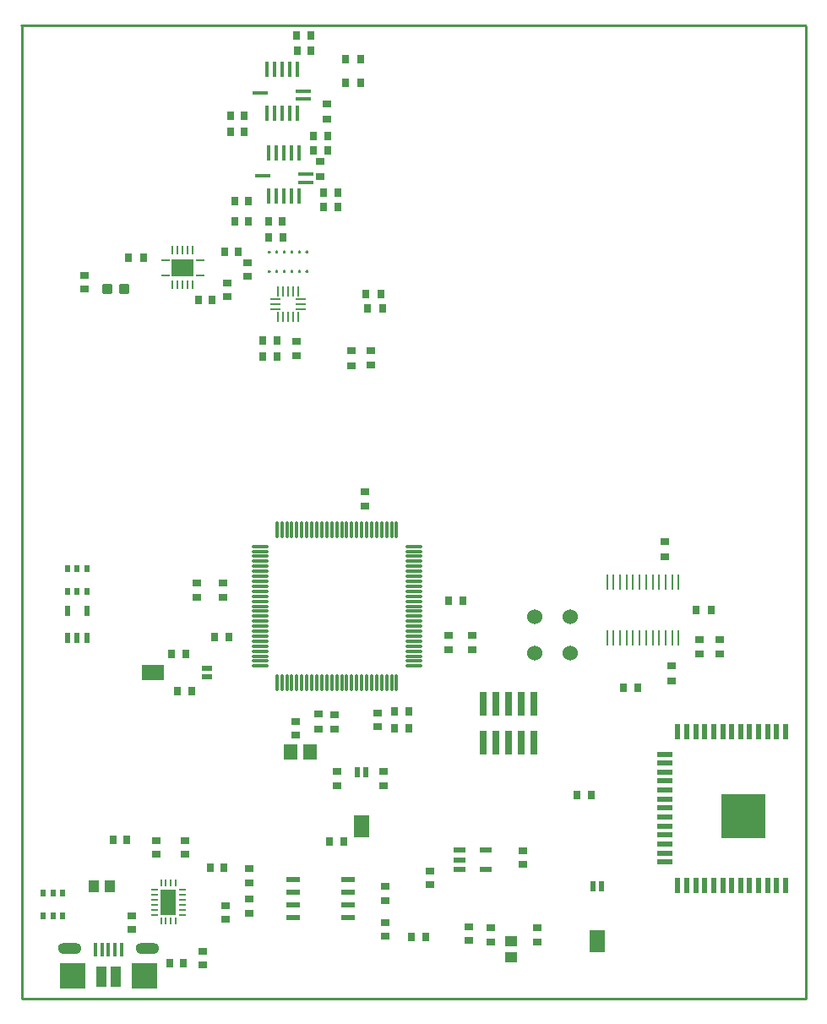
<source format=gtp>
G04 Layer_Color=8421504*
%FSLAX25Y25*%
%MOIN*%
G70*
G01*
G75*
%ADD10R,0.06319X0.01575*%
%ADD11R,0.01378X0.06319*%
%ADD12R,0.02000X0.02752*%
%ADD13R,0.03543X0.02756*%
%ADD14R,0.02756X0.03543*%
%ADD15R,0.17323X0.17323*%
%ADD16R,0.05905X0.01968*%
%ADD17R,0.01968X0.05905*%
%ADD18R,0.03543X0.03150*%
%ADD19R,0.03150X0.03543*%
%ADD20R,0.06000X0.09000*%
%ADD21R,0.02000X0.04000*%
%ADD22R,0.09000X0.06000*%
%ADD23R,0.04000X0.02000*%
%ADD24R,0.00984X0.04134*%
%ADD25R,0.04134X0.00984*%
%ADD27R,0.08976X0.07008*%
%ADD28R,0.01102X0.03347*%
%ADD29R,0.03347X0.01102*%
%ADD30R,0.02362X0.03937*%
%ADD31R,0.04724X0.02165*%
%ADD32R,0.05709X0.02362*%
%ADD33R,0.02756X0.00984*%
%ADD34R,0.00984X0.02756*%
%ADD35R,0.06496X0.10433*%
%ADD36R,0.00984X0.06102*%
%ADD37O,0.07283X0.01181*%
%ADD38O,0.01181X0.07283*%
%ADD39R,0.05512X0.05905*%
%ADD40R,0.03937X0.07874*%
%ADD41R,0.01575X0.05315*%
%ADD42R,0.02913X0.09449*%
G04:AMPARAMS|DCode=43|XSize=39.37mil|YSize=39.37mil|CornerRadius=5.91mil|HoleSize=0mil|Usage=FLASHONLY|Rotation=90.000|XOffset=0mil|YOffset=0mil|HoleType=Round|Shape=RoundedRectangle|*
%AMROUNDEDRECTD43*
21,1,0.03937,0.02756,0,0,90.0*
21,1,0.02756,0.03937,0,0,90.0*
1,1,0.01181,0.01378,0.01378*
1,1,0.01181,0.01378,-0.01378*
1,1,0.01181,-0.01378,-0.01378*
1,1,0.01181,-0.01378,0.01378*
%
%ADD43ROUNDEDRECTD43*%
%ADD44R,0.05118X0.03937*%
%ADD45R,0.03937X0.05118*%
%ADD46C,0.06000*%
%ADD48C,0.01000*%
%ADD65R,0.09842X0.09843*%
G36*
X103524Y287452D02*
X103641Y287452D01*
X103858Y287362D01*
X104024Y287196D01*
X104114Y286979D01*
X104114Y286861D01*
X104114Y286744D01*
X104024Y286527D01*
X103858Y286361D01*
X103641Y286271D01*
X103524D01*
X103407Y286271D01*
X103189Y286361D01*
X103023Y286527D01*
X102933Y286743D01*
X102933Y286861D01*
Y286979D01*
X103023Y287196D01*
X103189Y287362D01*
X103406Y287452D01*
X103524D01*
X103524Y287452D01*
D02*
G37*
G36*
X106811Y287362D02*
X106977Y287196D01*
X107067Y286979D01*
Y286861D01*
X107067Y286743D01*
X106977Y286527D01*
X106811Y286361D01*
X106594Y286271D01*
X106476Y286271D01*
X106359D01*
X106142Y286361D01*
X105976Y286527D01*
X105886Y286744D01*
Y286861D01*
X105886Y286979D01*
X105976Y287196D01*
X106142Y287362D01*
X106359Y287452D01*
X106476Y287452D01*
Y287452D01*
X106594D01*
X106811Y287362D01*
D02*
G37*
G36*
X109764D02*
X109930Y287196D01*
X110020Y286979D01*
Y286861D01*
X110020Y286743D01*
X109930Y286527D01*
X109764Y286361D01*
X109546Y286271D01*
X109429Y286271D01*
X109312D01*
X109095Y286361D01*
X108929Y286527D01*
X108839Y286744D01*
Y286861D01*
X108839Y286979D01*
X108929Y287196D01*
X109095Y287362D01*
X109311Y287452D01*
X109429Y287452D01*
Y287452D01*
X109547D01*
X109764Y287362D01*
D02*
G37*
G36*
X100571Y287452D02*
X100689Y287452D01*
X100905Y287362D01*
X101071Y287196D01*
X101161Y286979D01*
X101161Y286861D01*
X101161Y286744D01*
X101071Y286527D01*
X100905Y286361D01*
X100688Y286271D01*
X100571D01*
X100453Y286271D01*
X100236Y286361D01*
X100070Y286527D01*
X99980Y286743D01*
X99980Y286861D01*
Y286979D01*
X100070Y287196D01*
X100236Y287362D01*
X100453Y287452D01*
X100571D01*
X100571Y287452D01*
D02*
G37*
G36*
X22255Y21694D02*
X22920Y21084D01*
X23301Y20267D01*
X23320Y19817D01*
X23300Y19367D01*
X22920Y18550D01*
X22255Y17941D01*
X21408Y17632D01*
X20958Y17652D01*
X16627D01*
X16177Y17632D01*
X15330Y17941D01*
X14665Y18550D01*
X14285Y19367D01*
X14265Y19817D01*
Y19817D01*
Y19817D01*
D01*
X14285Y20267D01*
X14665Y21084D01*
X15330Y21694D01*
X16177Y22003D01*
X16627Y21983D01*
X20958Y21983D01*
Y21983D01*
X21408Y22003D01*
X22255Y21694D01*
D02*
G37*
G36*
X52964D02*
X53629Y21084D01*
X54009Y20267D01*
X54029Y19817D01*
X54009Y19367D01*
X53629Y18550D01*
X52964Y17941D01*
X52117Y17632D01*
X51667Y17652D01*
X47336D01*
X46886Y17632D01*
X46039Y17941D01*
X45374Y18550D01*
X44994Y19367D01*
X44974Y19817D01*
Y19817D01*
Y19817D01*
D01*
X44993Y20267D01*
X45374Y21084D01*
X46039Y21694D01*
X46886Y22003D01*
X47336Y21983D01*
X51667Y21983D01*
Y21983D01*
X52117Y22003D01*
X52964Y21694D01*
D02*
G37*
G36*
X97953Y287362D02*
X98119Y287196D01*
X98209Y286979D01*
Y286861D01*
X98209Y286743D01*
X98119Y286527D01*
X97953Y286361D01*
X97736Y286271D01*
X97618Y286271D01*
X97501D01*
X97284Y286361D01*
X97118Y286527D01*
X97028Y286744D01*
Y286861D01*
X97028Y286979D01*
X97118Y287196D01*
X97284Y287362D01*
X97500Y287452D01*
X97618Y287452D01*
Y287452D01*
X97736D01*
X97953Y287362D01*
D02*
G37*
G36*
X97953Y295039D02*
X98119Y294873D01*
X98209Y294656D01*
X98209Y294539D01*
X98209Y294421D01*
X98119Y294204D01*
X97953Y294038D01*
X97736Y293948D01*
X97618D01*
X97500Y293948D01*
X97284Y294038D01*
X97118Y294204D01*
X97028Y294422D01*
X97028Y294539D01*
Y294656D01*
X97118Y294873D01*
X97284Y295039D01*
X97501Y295129D01*
X97618D01*
Y295129D01*
X97736Y295129D01*
X97953Y295039D01*
D02*
G37*
G36*
X106811D02*
X106977Y294873D01*
X107067Y294656D01*
X107067Y294539D01*
X107067Y294421D01*
X106977Y294204D01*
X106811Y294038D01*
X106594Y293948D01*
X106476D01*
X106359Y293948D01*
X106142Y294038D01*
X105976Y294204D01*
X105886Y294422D01*
X105886Y294539D01*
Y294656D01*
X105976Y294873D01*
X106142Y295039D01*
X106359Y295129D01*
X106476D01*
Y295129D01*
X106594Y295129D01*
X106811Y295039D01*
D02*
G37*
G36*
X109764D02*
X109930Y294873D01*
X110020Y294656D01*
X110020Y294539D01*
X110020Y294421D01*
X109930Y294204D01*
X109764Y294038D01*
X109547Y293948D01*
X109429D01*
X109311Y293948D01*
X109095Y294038D01*
X108929Y294204D01*
X108839Y294422D01*
X108839Y294539D01*
Y294656D01*
X108929Y294873D01*
X109095Y295039D01*
X109312Y295129D01*
X109429D01*
Y295129D01*
X109546Y295129D01*
X109764Y295039D01*
D02*
G37*
G36*
X112382Y295129D02*
X112382Y295129D01*
X112499D01*
X112716Y295039D01*
X112882Y294873D01*
X112972Y294656D01*
Y294539D01*
X112972Y294422D01*
X112882Y294204D01*
X112716Y294038D01*
X112499Y293948D01*
X112382Y293948D01*
X112264D01*
X112047Y294038D01*
X111881Y294204D01*
X111791Y294421D01*
Y294539D01*
X111791Y294656D01*
X111881Y294873D01*
X112047Y295039D01*
X112265Y295129D01*
X112382Y295129D01*
D02*
G37*
G36*
Y287452D02*
X112499Y287452D01*
X112716Y287362D01*
X112882Y287196D01*
X112972Y286979D01*
X112972Y286861D01*
X112972Y286744D01*
X112882Y286527D01*
X112716Y286361D01*
X112499Y286271D01*
X112382D01*
X112265Y286271D01*
X112047Y286361D01*
X111881Y286527D01*
X111791Y286743D01*
X111791Y286861D01*
Y286979D01*
X111881Y287196D01*
X112047Y287362D01*
X112264Y287452D01*
X112382D01*
X112382Y287452D01*
D02*
G37*
G36*
X100571Y295129D02*
X100571Y295129D01*
X100688D01*
X100905Y295039D01*
X101071Y294873D01*
X101161Y294656D01*
Y294539D01*
X101161Y294422D01*
X101071Y294204D01*
X100905Y294038D01*
X100689Y293948D01*
X100571Y293948D01*
X100453D01*
X100236Y294038D01*
X100070Y294204D01*
X99980Y294421D01*
Y294539D01*
X99980Y294656D01*
X100070Y294873D01*
X100236Y295039D01*
X100453Y295129D01*
X100571Y295129D01*
D02*
G37*
G36*
X103524D02*
X103524Y295129D01*
X103641D01*
X103858Y295039D01*
X104024Y294873D01*
X104114Y294656D01*
Y294539D01*
X104114Y294422D01*
X104024Y294204D01*
X103858Y294038D01*
X103641Y293948D01*
X103524Y293948D01*
X103406D01*
X103189Y294038D01*
X103023Y294204D01*
X102933Y294421D01*
Y294539D01*
X102933Y294656D01*
X103023Y294873D01*
X103189Y295039D01*
X103407Y295129D01*
X103524Y295129D01*
D02*
G37*
D10*
X94847Y324411D02*
D03*
X111953Y321950D02*
D03*
Y325100D02*
D03*
X94047Y357211D02*
D03*
X111153Y354750D02*
D03*
Y357900D02*
D03*
D11*
X97495Y316547D02*
D03*
X100447D02*
D03*
X103400D02*
D03*
X106353D02*
D03*
X109306D02*
D03*
X97495Y333653D02*
D03*
X100447D02*
D03*
X103400D02*
D03*
X106353D02*
D03*
X109306D02*
D03*
X96694Y349347D02*
D03*
X99647D02*
D03*
X102600D02*
D03*
X105553D02*
D03*
X108505D02*
D03*
X96694Y366453D02*
D03*
X99647D02*
D03*
X102600D02*
D03*
X105553D02*
D03*
X108505D02*
D03*
D12*
X15940Y41677D02*
D03*
X12200D02*
D03*
X8460D02*
D03*
X15940Y32523D02*
D03*
X12200D02*
D03*
X8460D02*
D03*
X25540Y169677D02*
D03*
X21800D02*
D03*
X18060D02*
D03*
X25540Y160523D02*
D03*
X21800D02*
D03*
X18060D02*
D03*
D13*
X130100Y255453D02*
D03*
Y249547D02*
D03*
X137800Y255653D02*
D03*
Y249747D02*
D03*
X120200Y346947D02*
D03*
Y352853D02*
D03*
X117000Y106147D02*
D03*
Y112053D02*
D03*
X117800Y330140D02*
D03*
Y324235D02*
D03*
X253800Y180053D02*
D03*
Y174147D02*
D03*
X256200Y125347D02*
D03*
Y131253D02*
D03*
D14*
X142353Y272300D02*
D03*
X136447D02*
D03*
X141553Y277900D02*
D03*
X135647D02*
D03*
X124753Y312300D02*
D03*
X118847D02*
D03*
X124753Y317900D02*
D03*
X118847D02*
D03*
X42047Y292300D02*
D03*
X47953D02*
D03*
X127647Y370700D02*
D03*
X133553D02*
D03*
X271953Y153100D02*
D03*
X266047D02*
D03*
X127647Y361100D02*
D03*
X133553D02*
D03*
D15*
X284558Y71935D02*
D03*
D16*
X253826Y53832D02*
D03*
Y57376D02*
D03*
Y60919D02*
D03*
Y64462D02*
D03*
Y68006D02*
D03*
Y71549D02*
D03*
Y75092D02*
D03*
Y78635D02*
D03*
Y82179D02*
D03*
Y85722D02*
D03*
Y89265D02*
D03*
Y92809D02*
D03*
Y96352D02*
D03*
D17*
X301330Y44600D02*
D03*
X297787D02*
D03*
X294243D02*
D03*
X290700D02*
D03*
X287157D02*
D03*
X283613D02*
D03*
X280070D02*
D03*
X276527D02*
D03*
X272984D02*
D03*
X269440D02*
D03*
X265897D02*
D03*
X262353D02*
D03*
X258810D02*
D03*
Y105100D02*
D03*
X262353D02*
D03*
X265897D02*
D03*
X269440D02*
D03*
X272984D02*
D03*
X276527D02*
D03*
X280070D02*
D03*
X283613D02*
D03*
X287157D02*
D03*
X290700D02*
D03*
X294243D02*
D03*
X297787D02*
D03*
X301330D02*
D03*
D18*
X135200Y199856D02*
D03*
Y194344D02*
D03*
X177800Y137544D02*
D03*
Y143056D02*
D03*
X69000Y158344D02*
D03*
Y163856D02*
D03*
X24500Y285356D02*
D03*
Y279844D02*
D03*
X203400Y22344D02*
D03*
Y27856D02*
D03*
X176200Y28300D02*
D03*
Y22788D02*
D03*
X89800Y45544D02*
D03*
Y51056D02*
D03*
X71400Y13188D02*
D03*
Y18700D02*
D03*
X43400Y27144D02*
D03*
Y32656D02*
D03*
X89000Y284744D02*
D03*
Y290256D02*
D03*
X143400Y29900D02*
D03*
Y24388D02*
D03*
X197800Y52744D02*
D03*
Y58256D02*
D03*
X161000Y44744D02*
D03*
Y50256D02*
D03*
X185000Y27856D02*
D03*
Y22344D02*
D03*
X89800Y33544D02*
D03*
Y39056D02*
D03*
X143400Y44212D02*
D03*
Y38700D02*
D03*
X80200Y36656D02*
D03*
Y31144D02*
D03*
X53000Y62256D02*
D03*
Y56744D02*
D03*
X64200Y56744D02*
D03*
Y62256D02*
D03*
X124200Y83944D02*
D03*
Y89456D02*
D03*
X142600Y83944D02*
D03*
Y89456D02*
D03*
X168200Y137544D02*
D03*
Y143056D02*
D03*
X123400Y106344D02*
D03*
Y111856D02*
D03*
X140200Y107144D02*
D03*
Y112656D02*
D03*
X108100Y103744D02*
D03*
Y109256D02*
D03*
X79400Y158344D02*
D03*
Y163856D02*
D03*
X81000Y282256D02*
D03*
Y276744D02*
D03*
X108200Y253544D02*
D03*
Y259056D02*
D03*
X275400Y135944D02*
D03*
Y141456D02*
D03*
X267400Y135944D02*
D03*
Y141456D02*
D03*
D19*
X153800Y24300D02*
D03*
X159312D02*
D03*
X58244Y13900D02*
D03*
X63756D02*
D03*
X126956Y61900D02*
D03*
X121444D02*
D03*
X41356Y62700D02*
D03*
X35844D02*
D03*
X242956Y122700D02*
D03*
X237444D02*
D03*
X79844Y294700D02*
D03*
X85356D02*
D03*
X74244Y51500D02*
D03*
X79756D02*
D03*
X219044Y80300D02*
D03*
X224556D02*
D03*
X59044Y136000D02*
D03*
X64556D02*
D03*
X61444Y121100D02*
D03*
X66956D02*
D03*
X173956Y157000D02*
D03*
X168444D02*
D03*
X152556Y106700D02*
D03*
X147044D02*
D03*
X152556Y113100D02*
D03*
X147044D02*
D03*
X76144Y142400D02*
D03*
X81656D02*
D03*
X75056Y275600D02*
D03*
X69544D02*
D03*
X95044Y253100D02*
D03*
X100556D02*
D03*
X95044Y259500D02*
D03*
X100556D02*
D03*
X97444Y300100D02*
D03*
X102956D02*
D03*
X97244Y306500D02*
D03*
X102756D02*
D03*
X120556Y334700D02*
D03*
X115044D02*
D03*
X120556Y340300D02*
D03*
X115044D02*
D03*
X83844Y314700D02*
D03*
X89356D02*
D03*
X83844Y306700D02*
D03*
X89356D02*
D03*
X114156Y373900D02*
D03*
X108644D02*
D03*
X113856Y380000D02*
D03*
X108344D02*
D03*
X82244Y341900D02*
D03*
X87756D02*
D03*
X82244Y348300D02*
D03*
X87756D02*
D03*
D20*
X226900Y22600D02*
D03*
X133900Y67800D02*
D03*
D21*
X225200Y44100D02*
D03*
X228600D02*
D03*
X132200Y89300D02*
D03*
X135600D02*
D03*
D22*
X51600Y128500D02*
D03*
D23*
X73100Y130200D02*
D03*
Y126800D02*
D03*
D24*
X101063Y268782D02*
D03*
X103032D02*
D03*
X105000D02*
D03*
X106968D02*
D03*
X108937D02*
D03*
Y279018D02*
D03*
X106968D02*
D03*
X105000D02*
D03*
X103032D02*
D03*
X101063D02*
D03*
D25*
X110118Y271932D02*
D03*
Y273900D02*
D03*
Y275869D02*
D03*
X99882D02*
D03*
Y273900D02*
D03*
Y271932D02*
D03*
D27*
X63400Y288300D02*
D03*
D28*
X67337Y281509D02*
D03*
X65368D02*
D03*
X63400D02*
D03*
X61431D02*
D03*
X59463D02*
D03*
Y295091D02*
D03*
X61431D02*
D03*
X63400D02*
D03*
X65368D02*
D03*
X67337D02*
D03*
D29*
X56609Y285347D02*
D03*
Y291253D02*
D03*
X70191D02*
D03*
Y285347D02*
D03*
D30*
X18060Y152913D02*
D03*
X25540D02*
D03*
Y142087D02*
D03*
X21800D02*
D03*
X18060D02*
D03*
D31*
X182919Y58440D02*
D03*
Y50960D02*
D03*
X172681D02*
D03*
Y54700D02*
D03*
Y58440D02*
D03*
D32*
X128528Y32000D02*
D03*
Y37000D02*
D03*
Y42000D02*
D03*
Y47000D02*
D03*
X107072Y32000D02*
D03*
Y37000D02*
D03*
Y42000D02*
D03*
Y47000D02*
D03*
D33*
X52288Y42821D02*
D03*
Y40853D02*
D03*
Y38884D02*
D03*
Y36916D02*
D03*
Y34947D02*
D03*
Y32979D02*
D03*
X63312D02*
D03*
Y34947D02*
D03*
Y36916D02*
D03*
Y38884D02*
D03*
Y40853D02*
D03*
Y42821D02*
D03*
D34*
X54847Y30420D02*
D03*
X56816D02*
D03*
X58784D02*
D03*
X60753D02*
D03*
Y45380D02*
D03*
X58784D02*
D03*
X56816D02*
D03*
X54847D02*
D03*
D35*
X57800Y37900D02*
D03*
D36*
X230925Y142076D02*
D03*
X233484D02*
D03*
X236043D02*
D03*
X238602D02*
D03*
X241161D02*
D03*
X243721D02*
D03*
X246280D02*
D03*
X248839D02*
D03*
X251398D02*
D03*
X253957D02*
D03*
X256516D02*
D03*
X259075D02*
D03*
X230925Y164124D02*
D03*
X233484D02*
D03*
X236043D02*
D03*
X238602D02*
D03*
X241161D02*
D03*
X243721D02*
D03*
X246280D02*
D03*
X248839D02*
D03*
X251398D02*
D03*
X253957D02*
D03*
X256516D02*
D03*
X259075D02*
D03*
D37*
X93885Y178322D02*
D03*
Y176354D02*
D03*
Y174385D02*
D03*
Y172416D02*
D03*
Y170448D02*
D03*
Y168480D02*
D03*
Y166511D02*
D03*
Y164542D02*
D03*
Y162574D02*
D03*
Y160606D02*
D03*
Y158637D02*
D03*
Y156668D02*
D03*
Y154700D02*
D03*
Y152732D02*
D03*
Y150763D02*
D03*
Y148794D02*
D03*
Y146826D02*
D03*
Y144858D02*
D03*
Y142889D02*
D03*
Y140920D02*
D03*
Y138952D02*
D03*
Y136984D02*
D03*
Y135015D02*
D03*
Y133046D02*
D03*
Y131078D02*
D03*
X154515D02*
D03*
Y133046D02*
D03*
Y135015D02*
D03*
Y136984D02*
D03*
Y138952D02*
D03*
Y140920D02*
D03*
Y142889D02*
D03*
Y144858D02*
D03*
Y146826D02*
D03*
Y148794D02*
D03*
Y150763D02*
D03*
Y152732D02*
D03*
Y154700D02*
D03*
Y156668D02*
D03*
Y158637D02*
D03*
Y160606D02*
D03*
Y162574D02*
D03*
Y164542D02*
D03*
Y166511D02*
D03*
Y168480D02*
D03*
Y170448D02*
D03*
Y172416D02*
D03*
Y174385D02*
D03*
Y176354D02*
D03*
Y178322D02*
D03*
D38*
X100578Y124385D02*
D03*
X102547D02*
D03*
X104515D02*
D03*
X106483D02*
D03*
X108452D02*
D03*
X110421D02*
D03*
X112389D02*
D03*
X114357D02*
D03*
X116326D02*
D03*
X118295D02*
D03*
X120263D02*
D03*
X122231D02*
D03*
X124200D02*
D03*
X126169D02*
D03*
X128137D02*
D03*
X130105D02*
D03*
X132074D02*
D03*
X134043D02*
D03*
X136011D02*
D03*
X137979D02*
D03*
X139948D02*
D03*
X141917D02*
D03*
X143885D02*
D03*
X145853D02*
D03*
X147822D02*
D03*
Y185015D02*
D03*
X145853D02*
D03*
X143885D02*
D03*
X141917D02*
D03*
X139948D02*
D03*
X137979D02*
D03*
X136011D02*
D03*
X134043D02*
D03*
X132074D02*
D03*
X130105D02*
D03*
X128137D02*
D03*
X126169D02*
D03*
X124200D02*
D03*
X122231D02*
D03*
X120263D02*
D03*
X118295D02*
D03*
X116326D02*
D03*
X114357D02*
D03*
X112389D02*
D03*
X110421D02*
D03*
X108452D02*
D03*
X106483D02*
D03*
X104515D02*
D03*
X102547D02*
D03*
X100578D02*
D03*
D39*
X113737Y97100D02*
D03*
X105863D02*
D03*
D40*
X37100Y8400D02*
D03*
X31194D02*
D03*
D41*
X39265Y19325D02*
D03*
X36706D02*
D03*
X34147D02*
D03*
X31588D02*
D03*
X29029D02*
D03*
D42*
X181900Y101000D02*
D03*
X186900D02*
D03*
X191900D02*
D03*
X196900D02*
D03*
X201900D02*
D03*
X201896Y116331D02*
D03*
X196896D02*
D03*
X191896D02*
D03*
X186896D02*
D03*
X181896D02*
D03*
D43*
X40453Y279900D02*
D03*
X33547D02*
D03*
D44*
X193000Y22650D02*
D03*
Y16350D02*
D03*
D45*
X28250Y44300D02*
D03*
X34550D02*
D03*
D46*
X202420Y136130D02*
D03*
Y150700D02*
D03*
X216200Y136130D02*
D03*
Y150700D02*
D03*
D48*
X0Y0D02*
Y383400D01*
X-400Y383800D02*
X0Y383400D01*
X-400Y383800D02*
X309100D01*
X309300Y383600D01*
Y0D02*
Y383600D01*
X0Y0D02*
X309300D01*
D65*
X48320Y8794D02*
D03*
X19974D02*
D03*
M02*

</source>
